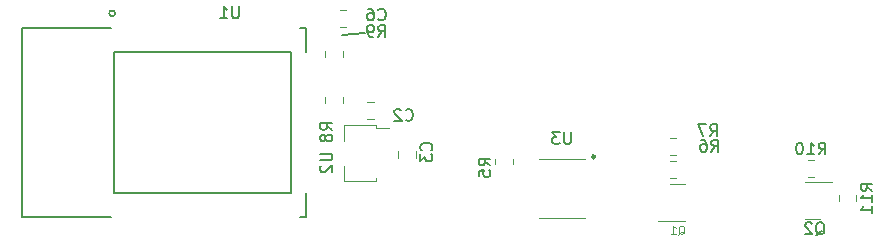
<source format=gbr>
%TF.GenerationSoftware,KiCad,Pcbnew,(6.0.7)*%
%TF.CreationDate,2022-10-27T13:02:41+02:00*%
%TF.ProjectId,UniMini,556e694d-696e-4692-9e6b-696361645f70,rev?*%
%TF.SameCoordinates,Original*%
%TF.FileFunction,Legend,Bot*%
%TF.FilePolarity,Positive*%
%FSLAX46Y46*%
G04 Gerber Fmt 4.6, Leading zero omitted, Abs format (unit mm)*
G04 Created by KiCad (PCBNEW (6.0.7)) date 2022-10-27 13:02:41*
%MOMM*%
%LPD*%
G01*
G04 APERTURE LIST*
%ADD10C,0.150000*%
%ADD11C,0.120000*%
%ADD12C,0.250000*%
%ADD13C,0.127000*%
G04 APERTURE END LIST*
D10*
X57300000Y-73100000D02*
X55400000Y-73300000D01*
%TO.C,R6*%
X86666666Y-83152380D02*
X87000000Y-82676190D01*
X87238095Y-83152380D02*
X87238095Y-82152380D01*
X86857142Y-82152380D01*
X86761904Y-82200000D01*
X86714285Y-82247619D01*
X86666666Y-82342857D01*
X86666666Y-82485714D01*
X86714285Y-82580952D01*
X86761904Y-82628571D01*
X86857142Y-82676190D01*
X87238095Y-82676190D01*
X85809523Y-82152380D02*
X86000000Y-82152380D01*
X86095238Y-82200000D01*
X86142857Y-82247619D01*
X86238095Y-82390476D01*
X86285714Y-82580952D01*
X86285714Y-82961904D01*
X86238095Y-83057142D01*
X86190476Y-83104761D01*
X86095238Y-83152380D01*
X85904761Y-83152380D01*
X85809523Y-83104761D01*
X85761904Y-83057142D01*
X85714285Y-82961904D01*
X85714285Y-82723809D01*
X85761904Y-82628571D01*
X85809523Y-82580952D01*
X85904761Y-82533333D01*
X86095238Y-82533333D01*
X86190476Y-82580952D01*
X86238095Y-82628571D01*
X86285714Y-82723809D01*
%TO.C,U2*%
X53552380Y-83338095D02*
X54361904Y-83338095D01*
X54457142Y-83385714D01*
X54504761Y-83433333D01*
X54552380Y-83528571D01*
X54552380Y-83719047D01*
X54504761Y-83814285D01*
X54457142Y-83861904D01*
X54361904Y-83909523D01*
X53552380Y-83909523D01*
X53647619Y-84338095D02*
X53600000Y-84385714D01*
X53552380Y-84480952D01*
X53552380Y-84719047D01*
X53600000Y-84814285D01*
X53647619Y-84861904D01*
X53742857Y-84909523D01*
X53838095Y-84909523D01*
X53980952Y-84861904D01*
X54552380Y-84290476D01*
X54552380Y-84909523D01*
%TO.C,R9*%
X58466666Y-73452380D02*
X58800000Y-72976190D01*
X59038095Y-73452380D02*
X59038095Y-72452380D01*
X58657142Y-72452380D01*
X58561904Y-72500000D01*
X58514285Y-72547619D01*
X58466666Y-72642857D01*
X58466666Y-72785714D01*
X58514285Y-72880952D01*
X58561904Y-72928571D01*
X58657142Y-72976190D01*
X59038095Y-72976190D01*
X57990476Y-73452380D02*
X57800000Y-73452380D01*
X57704761Y-73404761D01*
X57657142Y-73357142D01*
X57561904Y-73214285D01*
X57514285Y-73023809D01*
X57514285Y-72642857D01*
X57561904Y-72547619D01*
X57609523Y-72500000D01*
X57704761Y-72452380D01*
X57895238Y-72452380D01*
X57990476Y-72500000D01*
X58038095Y-72547619D01*
X58085714Y-72642857D01*
X58085714Y-72880952D01*
X58038095Y-72976190D01*
X57990476Y-73023809D01*
X57895238Y-73071428D01*
X57704761Y-73071428D01*
X57609523Y-73023809D01*
X57561904Y-72976190D01*
X57514285Y-72880952D01*
%TO.C,C2*%
X60766666Y-80457142D02*
X60814285Y-80504761D01*
X60957142Y-80552380D01*
X61052380Y-80552380D01*
X61195238Y-80504761D01*
X61290476Y-80409523D01*
X61338095Y-80314285D01*
X61385714Y-80123809D01*
X61385714Y-79980952D01*
X61338095Y-79790476D01*
X61290476Y-79695238D01*
X61195238Y-79600000D01*
X61052380Y-79552380D01*
X60957142Y-79552380D01*
X60814285Y-79600000D01*
X60766666Y-79647619D01*
X60385714Y-79647619D02*
X60338095Y-79600000D01*
X60242857Y-79552380D01*
X60004761Y-79552380D01*
X59909523Y-79600000D01*
X59861904Y-79647619D01*
X59814285Y-79742857D01*
X59814285Y-79838095D01*
X59861904Y-79980952D01*
X60433333Y-80552380D01*
X59814285Y-80552380D01*
%TO.C,U3*%
X74761904Y-81518780D02*
X74761904Y-82328304D01*
X74714285Y-82423542D01*
X74666666Y-82471161D01*
X74571428Y-82518780D01*
X74380952Y-82518780D01*
X74285714Y-82471161D01*
X74238095Y-82423542D01*
X74190476Y-82328304D01*
X74190476Y-81518780D01*
X73809523Y-81518780D02*
X73190476Y-81518780D01*
X73523809Y-81899733D01*
X73380952Y-81899733D01*
X73285714Y-81947352D01*
X73238095Y-81994971D01*
X73190476Y-82090209D01*
X73190476Y-82328304D01*
X73238095Y-82423542D01*
X73285714Y-82471161D01*
X73380952Y-82518780D01*
X73666666Y-82518780D01*
X73761904Y-82471161D01*
X73809523Y-82423542D01*
%TO.C,R7*%
X86566666Y-81852380D02*
X86900000Y-81376190D01*
X87138095Y-81852380D02*
X87138095Y-80852380D01*
X86757142Y-80852380D01*
X86661904Y-80900000D01*
X86614285Y-80947619D01*
X86566666Y-81042857D01*
X86566666Y-81185714D01*
X86614285Y-81280952D01*
X86661904Y-81328571D01*
X86757142Y-81376190D01*
X87138095Y-81376190D01*
X86233333Y-80852380D02*
X85566666Y-80852380D01*
X85995238Y-81852380D01*
%TO.C,R10*%
X95742857Y-83402380D02*
X96076190Y-82926190D01*
X96314285Y-83402380D02*
X96314285Y-82402380D01*
X95933333Y-82402380D01*
X95838095Y-82450000D01*
X95790476Y-82497619D01*
X95742857Y-82592857D01*
X95742857Y-82735714D01*
X95790476Y-82830952D01*
X95838095Y-82878571D01*
X95933333Y-82926190D01*
X96314285Y-82926190D01*
X94790476Y-83402380D02*
X95361904Y-83402380D01*
X95076190Y-83402380D02*
X95076190Y-82402380D01*
X95171428Y-82545238D01*
X95266666Y-82640476D01*
X95361904Y-82688095D01*
X94171428Y-82402380D02*
X94076190Y-82402380D01*
X93980952Y-82450000D01*
X93933333Y-82497619D01*
X93885714Y-82592857D01*
X93838095Y-82783333D01*
X93838095Y-83021428D01*
X93885714Y-83211904D01*
X93933333Y-83307142D01*
X93980952Y-83354761D01*
X94076190Y-83402380D01*
X94171428Y-83402380D01*
X94266666Y-83354761D01*
X94314285Y-83307142D01*
X94361904Y-83211904D01*
X94409523Y-83021428D01*
X94409523Y-82783333D01*
X94361904Y-82592857D01*
X94314285Y-82497619D01*
X94266666Y-82450000D01*
X94171428Y-82402380D01*
%TO.C,R5*%
X67952380Y-84333333D02*
X67476190Y-84000000D01*
X67952380Y-83761904D02*
X66952380Y-83761904D01*
X66952380Y-84142857D01*
X67000000Y-84238095D01*
X67047619Y-84285714D01*
X67142857Y-84333333D01*
X67285714Y-84333333D01*
X67380952Y-84285714D01*
X67428571Y-84238095D01*
X67476190Y-84142857D01*
X67476190Y-83761904D01*
X66952380Y-85238095D02*
X66952380Y-84761904D01*
X67428571Y-84714285D01*
X67380952Y-84761904D01*
X67333333Y-84857142D01*
X67333333Y-85095238D01*
X67380952Y-85190476D01*
X67428571Y-85238095D01*
X67523809Y-85285714D01*
X67761904Y-85285714D01*
X67857142Y-85238095D01*
X67904761Y-85190476D01*
X67952380Y-85095238D01*
X67952380Y-84857142D01*
X67904761Y-84761904D01*
X67857142Y-84714285D01*
%TO.C,C3*%
X62937142Y-83033333D02*
X62984761Y-82985714D01*
X63032380Y-82842857D01*
X63032380Y-82747619D01*
X62984761Y-82604761D01*
X62889523Y-82509523D01*
X62794285Y-82461904D01*
X62603809Y-82414285D01*
X62460952Y-82414285D01*
X62270476Y-82461904D01*
X62175238Y-82509523D01*
X62080000Y-82604761D01*
X62032380Y-82747619D01*
X62032380Y-82842857D01*
X62080000Y-82985714D01*
X62127619Y-83033333D01*
X62032380Y-83366666D02*
X62032380Y-83985714D01*
X62413333Y-83652380D01*
X62413333Y-83795238D01*
X62460952Y-83890476D01*
X62508571Y-83938095D01*
X62603809Y-83985714D01*
X62841904Y-83985714D01*
X62937142Y-83938095D01*
X62984761Y-83890476D01*
X63032380Y-83795238D01*
X63032380Y-83509523D01*
X62984761Y-83414285D01*
X62937142Y-83366666D01*
D11*
%TO.C,Q1*%
X83866666Y-90183333D02*
X83933333Y-90150000D01*
X84000000Y-90083333D01*
X84100000Y-89983333D01*
X84166666Y-89950000D01*
X84233333Y-89950000D01*
X84200000Y-90116666D02*
X84266666Y-90083333D01*
X84333333Y-90016666D01*
X84366666Y-89883333D01*
X84366666Y-89650000D01*
X84333333Y-89516666D01*
X84266666Y-89450000D01*
X84200000Y-89416666D01*
X84066666Y-89416666D01*
X84000000Y-89450000D01*
X83933333Y-89516666D01*
X83900000Y-89650000D01*
X83900000Y-89883333D01*
X83933333Y-90016666D01*
X84000000Y-90083333D01*
X84066666Y-90116666D01*
X84200000Y-90116666D01*
X83233333Y-90116666D02*
X83633333Y-90116666D01*
X83433333Y-90116666D02*
X83433333Y-89416666D01*
X83500000Y-89516666D01*
X83566666Y-89583333D01*
X83633333Y-89616666D01*
D10*
%TO.C,C6*%
X58466666Y-71957142D02*
X58514285Y-72004761D01*
X58657142Y-72052380D01*
X58752380Y-72052380D01*
X58895238Y-72004761D01*
X58990476Y-71909523D01*
X59038095Y-71814285D01*
X59085714Y-71623809D01*
X59085714Y-71480952D01*
X59038095Y-71290476D01*
X58990476Y-71195238D01*
X58895238Y-71100000D01*
X58752380Y-71052380D01*
X58657142Y-71052380D01*
X58514285Y-71100000D01*
X58466666Y-71147619D01*
X57609523Y-71052380D02*
X57800000Y-71052380D01*
X57895238Y-71100000D01*
X57942857Y-71147619D01*
X58038095Y-71290476D01*
X58085714Y-71480952D01*
X58085714Y-71861904D01*
X58038095Y-71957142D01*
X57990476Y-72004761D01*
X57895238Y-72052380D01*
X57704761Y-72052380D01*
X57609523Y-72004761D01*
X57561904Y-71957142D01*
X57514285Y-71861904D01*
X57514285Y-71623809D01*
X57561904Y-71528571D01*
X57609523Y-71480952D01*
X57704761Y-71433333D01*
X57895238Y-71433333D01*
X57990476Y-71480952D01*
X58038095Y-71528571D01*
X58085714Y-71623809D01*
%TO.C,R8*%
X54552380Y-81333333D02*
X54076190Y-81000000D01*
X54552380Y-80761904D02*
X53552380Y-80761904D01*
X53552380Y-81142857D01*
X53600000Y-81238095D01*
X53647619Y-81285714D01*
X53742857Y-81333333D01*
X53885714Y-81333333D01*
X53980952Y-81285714D01*
X54028571Y-81238095D01*
X54076190Y-81142857D01*
X54076190Y-80761904D01*
X53980952Y-81904761D02*
X53933333Y-81809523D01*
X53885714Y-81761904D01*
X53790476Y-81714285D01*
X53742857Y-81714285D01*
X53647619Y-81761904D01*
X53600000Y-81809523D01*
X53552380Y-81904761D01*
X53552380Y-82095238D01*
X53600000Y-82190476D01*
X53647619Y-82238095D01*
X53742857Y-82285714D01*
X53790476Y-82285714D01*
X53885714Y-82238095D01*
X53933333Y-82190476D01*
X53980952Y-82095238D01*
X53980952Y-81904761D01*
X54028571Y-81809523D01*
X54076190Y-81761904D01*
X54171428Y-81714285D01*
X54361904Y-81714285D01*
X54457142Y-81761904D01*
X54504761Y-81809523D01*
X54552380Y-81904761D01*
X54552380Y-82095238D01*
X54504761Y-82190476D01*
X54457142Y-82238095D01*
X54361904Y-82285714D01*
X54171428Y-82285714D01*
X54076190Y-82238095D01*
X54028571Y-82190476D01*
X53980952Y-82095238D01*
%TO.C,U1*%
X46662492Y-70851958D02*
X46662492Y-71662106D01*
X46614837Y-71757418D01*
X46567181Y-71805074D01*
X46471869Y-71852730D01*
X46281246Y-71852730D01*
X46185934Y-71805074D01*
X46138279Y-71757418D01*
X46090623Y-71662106D01*
X46090623Y-70851958D01*
X45089851Y-71852730D02*
X45661720Y-71852730D01*
X45375786Y-71852730D02*
X45375786Y-70851958D01*
X45471097Y-70994925D01*
X45566409Y-71090237D01*
X45661720Y-71137893D01*
%TO.C,Q2*%
X95495238Y-90247619D02*
X95590476Y-90200000D01*
X95685714Y-90104761D01*
X95828571Y-89961904D01*
X95923809Y-89914285D01*
X96019047Y-89914285D01*
X95971428Y-90152380D02*
X96066666Y-90104761D01*
X96161904Y-90009523D01*
X96209523Y-89819047D01*
X96209523Y-89485714D01*
X96161904Y-89295238D01*
X96066666Y-89200000D01*
X95971428Y-89152380D01*
X95780952Y-89152380D01*
X95685714Y-89200000D01*
X95590476Y-89295238D01*
X95542857Y-89485714D01*
X95542857Y-89819047D01*
X95590476Y-90009523D01*
X95685714Y-90104761D01*
X95780952Y-90152380D01*
X95971428Y-90152380D01*
X95161904Y-89247619D02*
X95114285Y-89200000D01*
X95019047Y-89152380D01*
X94780952Y-89152380D01*
X94685714Y-89200000D01*
X94638095Y-89247619D01*
X94590476Y-89342857D01*
X94590476Y-89438095D01*
X94638095Y-89580952D01*
X95209523Y-90152380D01*
X94590476Y-90152380D01*
%TO.C,R11*%
X100302380Y-86457142D02*
X99826190Y-86123809D01*
X100302380Y-85885714D02*
X99302380Y-85885714D01*
X99302380Y-86266666D01*
X99350000Y-86361904D01*
X99397619Y-86409523D01*
X99492857Y-86457142D01*
X99635714Y-86457142D01*
X99730952Y-86409523D01*
X99778571Y-86361904D01*
X99826190Y-86266666D01*
X99826190Y-85885714D01*
X100302380Y-87409523D02*
X100302380Y-86838095D01*
X100302380Y-87123809D02*
X99302380Y-87123809D01*
X99445238Y-87028571D01*
X99540476Y-86933333D01*
X99588095Y-86838095D01*
X100302380Y-88361904D02*
X100302380Y-87790476D01*
X100302380Y-88076190D02*
X99302380Y-88076190D01*
X99445238Y-87980952D01*
X99540476Y-87885714D01*
X99588095Y-87790476D01*
D11*
%TO.C,R6*%
X83627064Y-83965000D02*
X83172936Y-83965000D01*
X83627064Y-85435000D02*
X83172936Y-85435000D01*
%TO.C,U2*%
X55540000Y-84350000D02*
X55540000Y-85660000D01*
X58260000Y-80940000D02*
X55540000Y-80940000D01*
X58260000Y-80940000D02*
X58260000Y-81170000D01*
X59400000Y-81170000D02*
X58260000Y-81170000D01*
X55540000Y-85660000D02*
X58260000Y-85660000D01*
X58260000Y-85660000D02*
X58260000Y-85430000D01*
X55540000Y-80940000D02*
X55540000Y-82250000D01*
%TO.C,R9*%
X55435000Y-74672936D02*
X55435000Y-75127064D01*
X53965000Y-74672936D02*
X53965000Y-75127064D01*
%TO.C,C2*%
X57538748Y-80435000D02*
X58061252Y-80435000D01*
X57538748Y-78965000D02*
X58061252Y-78965000D01*
%TO.C,U3*%
X75950000Y-83776400D02*
X72050000Y-83776400D01*
X75950000Y-88803600D02*
X72050000Y-88803600D01*
D12*
X76807300Y-83586400D02*
G75*
G03*
X76807300Y-83586400I-125000J0D01*
G01*
D11*
%TO.C,R7*%
X83172936Y-81965000D02*
X83627064Y-81965000D01*
X83172936Y-83435000D02*
X83627064Y-83435000D01*
%TO.C,R10*%
X95327064Y-85335000D02*
X94872936Y-85335000D01*
X95327064Y-83865000D02*
X94872936Y-83865000D01*
%TO.C,R5*%
X68365000Y-83772936D02*
X68365000Y-84227064D01*
X69835000Y-83772936D02*
X69835000Y-84227064D01*
%TO.C,C3*%
X60165000Y-83661252D02*
X60165000Y-83138748D01*
X61635000Y-83661252D02*
X61635000Y-83138748D01*
%TO.C,Q1*%
X83800000Y-89060000D02*
X82125000Y-89060000D01*
X83800000Y-85940000D02*
X84450000Y-85940000D01*
X83800000Y-89060000D02*
X84450000Y-89060000D01*
X83800000Y-85940000D02*
X83150000Y-85940000D01*
%TO.C,C6*%
X55238748Y-72635000D02*
X55761252Y-72635000D01*
X55238748Y-71165000D02*
X55761252Y-71165000D01*
%TO.C,R8*%
X55435000Y-78572936D02*
X55435000Y-79027064D01*
X53965000Y-78572936D02*
X53965000Y-79027064D01*
D13*
%TO.C,U1*%
X51800000Y-72700000D02*
X52300000Y-72700000D01*
X35800000Y-72700000D02*
X28300000Y-72700000D01*
X28300000Y-88700000D02*
X35800000Y-88700000D01*
X36060000Y-74700000D02*
X36060000Y-86700000D01*
X51800000Y-88700000D02*
X52300000Y-88700000D01*
X28300000Y-72700000D02*
X28300000Y-88700000D01*
X36060000Y-86700000D02*
X51060000Y-86700000D01*
X52300000Y-72700000D02*
X52300000Y-74700000D01*
X52300000Y-88700000D02*
X52300000Y-86700000D01*
X51060000Y-74700000D02*
X36060000Y-74700000D01*
X51060000Y-86700000D02*
X51060000Y-74700000D01*
X36175000Y-71450000D02*
G75*
G03*
X36175000Y-71450000I-250000J0D01*
G01*
D11*
%TO.C,Q2*%
X95200000Y-85740000D02*
X96875000Y-85740000D01*
X95200000Y-85740000D02*
X94550000Y-85740000D01*
X95200000Y-88860000D02*
X94550000Y-88860000D01*
X95200000Y-88860000D02*
X95850000Y-88860000D01*
%TO.C,R11*%
X98935000Y-87327064D02*
X98935000Y-86872936D01*
X97465000Y-87327064D02*
X97465000Y-86872936D01*
%TD*%
M02*

</source>
